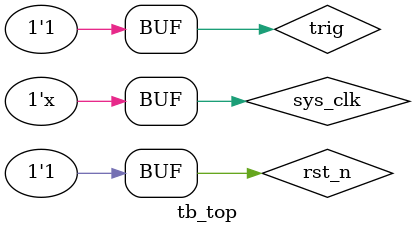
<source format=v>
`timescale 1ns / 1ps


module tb_top(

    );
reg trig;
reg sys_clk;
reg rst_n;
initial begin
    trig <= 0;
    sys_clk <= 0;
    rst_n <= 0;
    #100
    rst_n <= 1;
    #35000
    trig <= 1;
    #50;
    trig <= 0;
    #10000
    trig <= 1;
//    #100000;
//    trig <= 0;
end
always #5 sys_clk <= ~sys_clk;

system_wrapper system_wrapper
(
    .trig           (trig),
    .sys_clk        (sys_clk),
    .rst_n          (rst_n)
    );

endmodule

</source>
